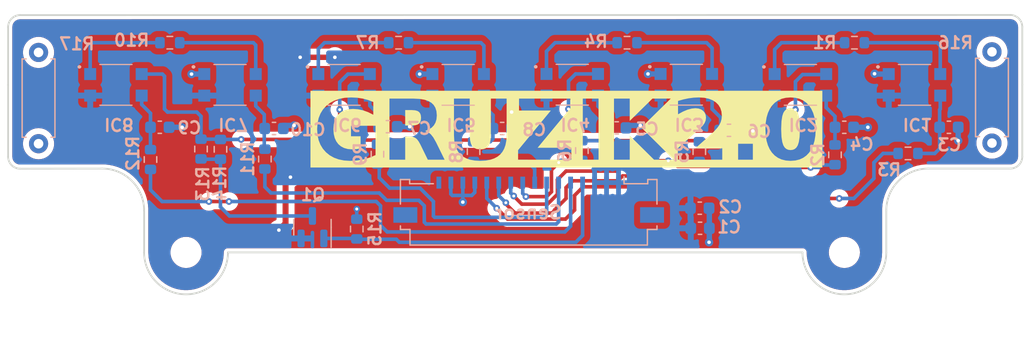
<source format=kicad_pcb>
(kicad_pcb (version 20221018) (generator pcbnew)
  (layers (0 "F.Cu" signal) (31 "B.Cu" signal) (34 "B.Paste" user) (35 "F.Paste" user) (36 "B.SilkS" user "B.Silkscreen") (37 "F.SilkS" user "F.Silkscreen") (38 "B.Mask" user) (39 "F.Mask" user) (44 "Edge.Cuts" user))
  (net 0 "")
  (net 1 "+5V")
  (net 2 "GND")
  (net 3 "Net-(C3-Pad1)")
  (net 4 "Net-(C4-Pad1)")
  (net 5 "Net-(C5-Pad1)")
  (net 6 "Net-(C6-Pad1)")
  (net 7 "Net-(C7-Pad1)")
  (net 8 "Net-(C8-Pad1)")
  (net 9 "Net-(C9-Pad1)")
  (net 10 "Net-(C10-Pad1)")
  (net 11 "Net-(IC1-Pad4)")
  (net 12 "Net-(IC2-Pad1)")
  (net 13 "Net-(IC2-Pad4)")
  (net 14 "Net-(IC3-Pad4)")
  (net 15 "Net-(IC4-Pad1)")
  (net 16 "Net-(IC5-Pad4)")
  (net 17 "Net-(IC6-Pad1)")
  (net 18 "Net-(IC7-Pad4)")
  (net 19 "Net-(IC8-Pad1)")
  (net 20 "Net-(Q1-D)")
  (net 21 "PB0")
  (net 22 "PA1")
  (net 23 "PA0")
  (net 24 "PA7")
  (net 25 "PA6")
  (net 26 "PA5")
  (net 27 "PA4")
  (net 28 "PA3")
  (net 29 "PA2")
  (footprint "MountingHole:MountingHole_2.1mm" (layer "F.Cu") (at 120.1136 146.7956)
    (fp_text reference "REF**" hide)
    (fp_text value "MountingHole_2.1mm")
    (pad "" np_thru_hole circle (at 0 0) (size 2.1 2.1) (drill 2.1) (layers "*.Cu" "*.Mask"))
  )
  (footprint "MountingHole:MountingHole_2.1mm" (layer "F.Cu") (at 65.1466 146.7956)
    (fp_text reference "REF**" hide)
    (fp_text value "MountingHole_2.1mm")
    (pad "" np_thru_hole circle (at 0 0) (size 2.1 2.1) (drill 2.1) (layers "*.Cu" "*.Mask"))
  )
  (footprint "Resistor_SMD:R_0603_1608Metric" (layer "B.Cu") (at 119.3292 138.6454 -90)
    (fp_text reference "R2" (at 0 1.43 90) (layer "B.SilkS") (effects (font (thickness 0.2) bold) (justify mirror)))
    (fp_text value "220")
    (pad "1" smd roundrect (at -0.825 0 270) (size 0.8 0.95) (layers "B.Cu" "B.Paste" "B.Mask") (net 4 "Net-(C4-Pad1)"))
    (pad "2" smd roundrect (at 0.825 0 270) (size 0.8 0.95) (layers "B.Cu" "B.Paste" "B.Mask") (net 22 "PA1"))
  )
  (footprint "Capacitor_SMD:C_0603_1608Metric" (layer "B.Cu") (at 82.0042 136.2964)
    (fp_text reference "C7" (at 2.6286 0.1524) (layer "B.SilkS") (effects (font (thickness 0.2) bold) (justify mirror)))
    (fp_text value "10n")
    (pad "1" smd roundrect (at -0.775 0) (size 0.9 0.95) (layers "B.Cu" "B.Paste" "B.Mask") (net 7 "Net-(C7-Pad1)"))
    (pad "2" smd roundrect (at 0.775 0) (size 0.9 0.95) (layers "B.Cu" "B.Paste" "B.Mask") (net 1 "+5V"))
  )
  (footprint "Sensor_Optical:KTIR0711S" (layer "B.Cu") (at 97.3926 132.7946)
    (fp_text reference "IC4" (at 0.254 3.302 180 unlocked) (layer "B.SilkS") (effects (font (thickness 0.2) bold) (justify mirror)))
    (fp_text value "~")
    (pad "1" smd rect (at -2.15 -0.9 270) (size 1 1) (layers "B.Cu" "B.Paste" "B.Mask") (net 15 "Net-(IC4-Pad1)"))
    (pad "2" smd rect (at -2.15 0.9 270) (size 1 1) (layers "B.Cu" "B.Paste" "B.Mask") (net 2 "GND"))
    (pad "3" smd rect (at 2.15 0.9 270) (size 1 1) (layers "B.Cu" "B.Paste" "B.Mask") (net 5 "Net-(C5-Pad1)"))
    (pad "4" smd rect (at 2.15 -0.9 270) (size 1 1) (layers "B.Cu" "B.Paste" "B.Mask") (net 13 "Net-(IC2-Pad4)"))
  )
  (footprint "Capacitor_SMD:C_0603_1608Metric" (layer "B.Cu") (at 110.477 136.6012)
    (fp_text reference "C6" (at 2.527 0.1016) (layer "B.SilkS") (effects (font (thickness 0.2) bold) (justify mirror)))
    (fp_text value "10n")
    (pad "1" smd roundrect (at -0.775 0) (size 0.9 0.95) (layers "B.Cu" "B.Paste" "B.Mask") (net 6 "Net-(C6-Pad1)"))
    (pad "2" smd roundrect (at 0.775 0) (size 0.9 0.95) (layers "B.Cu" "B.Paste" "B.Mask") (net 1 "+5V"))
  )
  (footprint "Capacitor_SMD:C_0603_1608Metric" (layer "B.Cu") (at 62.9542 136.3472)
    (fp_text reference "C9" (at 2.4762 0.0508) (layer "B.SilkS") (effects (font (thickness 0.2) bold) (justify mirror)))
    (fp_text value "10n")
    (pad "1" smd roundrect (at -0.775 0) (size 0.9 0.95) (layers "B.Cu" "B.Paste" "B.Mask") (net 9 "Net-(C9-Pad1)"))
    (pad "2" smd roundrect (at 0.775 0) (size 0.9 0.95) (layers "B.Cu" "B.Paste" "B.Mask") (net 1 "+5V"))
  )
  (footprint "Resistor_SMD:R_0603_1608Metric" (layer "B.Cu") (at 120.9548 129.286 180)
    (fp_text reference "R1" (at 2.4892 0) (layer "B.SilkS") (effects (font (thickness 0.2) bold) (justify mirror)))
    (fp_text value "39")
    (pad "1" smd roundrect (at -0.825 0 180) (size 0.8 0.95) (layers "B.Cu" "B.Paste" "B.Mask") (net 11 "Net-(IC1-Pad4)"))
    (pad "2" smd roundrect (at 0.825 0 180) (size 0.8 0.95) (layers "B.Cu" "B.Paste" "B.Mask") (net 12 "Net-(IC2-Pad1)"))
  )
  (footprint "Resistor_SMD:R_0603_1608Metric" (layer "B.Cu") (at 68.0212 138.1882 -90)
    (fp_text reference "R14" (at 2.8326 0.0508 90) (layer "B.SilkS") (effects (font (thickness 0.2) bold) (justify mirror)))
    (fp_text value "47")
    (pad "1" smd roundrect (at -0.825 0 270) (size 0.8 0.95) (layers "B.Cu" "B.Paste" "B.Mask") (net 13 "Net-(IC2-Pad4)"))
    (pad "2" smd roundrect (at 0.825 0 270) (size 0.8 0.95) (layers "B.Cu" "B.Paste" "B.Mask") (net 20 "Net-(Q1-D)"))
  )
  (footprint "Sensor_Optical:KTIR0711S" (layer "B.Cu") (at 125.9676 132.8056)
    (fp_text reference "IC1" (at 0.254 3.302 180 unlocked) (layer "B.SilkS") (effects (font (thickness 0.2) bold) (justify mirror)))
    (fp_text value "~")
    (pad "1" smd rect (at -2.15 -0.9 270) (size 1 1) (layers "B.Cu" "B.Paste" "B.Mask") (net 1 "+5V"))
    (pad "2" smd rect (at -2.15 0.9 270) (size 1 1) (layers "B.Cu" "B.Paste" "B.Mask") (net 2 "GND"))
    (pad "3" smd rect (at 2.15 0.9 270) (size 1 1) (layers "B.Cu" "B.Paste" "B.Mask") (net 3 "Net-(C3-Pad1)"))
    (pad "4" smd rect (at 2.15 -0.9 270) (size 1 1) (layers "B.Cu" "B.Paste" "B.Mask") (net 11 "Net-(IC1-Pad4)"))
  )
  (footprint "Capacitor_SMD:C_0603_1608Metric" (layer "B.Cu") (at 108.0634 144.78 180)
    (fp_text reference "C1" (at -2.4266 0.1016) (layer "B.SilkS") (effects (font (thickness 0.2) bold) (justify mirror)))
    (fp_text value "0.1u")
    (pad "1" smd roundrect (at -0.775 0 180) (size 0.9 0.95) (layers "B.Cu" "B.Paste" "B.Mask") (net 1 "+5V"))
    (pad "2" smd roundrect (at 0.775 0 180) (size 0.9 0.95) (layers "B.Cu" "B.Paste" "B.Mask") (net 2 "GND"))
  )
  (footprint "Resistor_SMD:R_0603_1608Metric" (layer "B.Cu") (at 108.0008 138.3792 -90)
    (fp_text reference "R5" (at 0 1.43 90) (layer "B.SilkS") (effects (font (thickness 0.2) bold) (justify mirror)))
    (fp_text value "220")
    (pad "1" smd roundrect (at -0.825 0 270) (size 0.8 0.95) (layers "B.Cu" "B.Paste" "B.Mask") (net 6 "Net-(C6-Pad1)"))
    (pad "2" smd roundrect (at 0.825 0 270) (size 0.8 0.95) (layers "B.Cu" "B.Paste" "B.Mask") (net 29 "PA2"))
  )
  (footprint "Capacitor_SMD:C_0603_1608Metric" (layer "B.Cu") (at 128.8418 136.3472)
    (fp_text reference "C3" (at 0.0378 1.4732) (layer "B.SilkS") (effects (font (thickness 0.2) bold) (justify mirror)))
    (fp_text value "10n")
    (pad "1" smd roundrect (at -0.775 0) (size 0.9 0.95) (layers "B.Cu" "B.Paste" "B.Mask") (net 3 "Net-(C3-Pad1)"))
    (pad "2" smd roundrect (at 0.775 0) (size 0.9 0.95) (layers "B.Cu" "B.Paste" "B.Mask") (net 1 "+5V"))
  )
  (footprint "NMOS_new:NMOS_SN" (layer "B.Cu") (at 75.7784 144.8031 90)
    (fp_text reference "Q1" (at 2.8171 -0.0356 unlocked) (layer "B.SilkS") (effects (font (thickness 0.2) bold) (justify mirror)))
    (fp_text value "NMOS")
    (pad "1" smd roundrect (at 1.0495 -0.078 90) (size 1.475 0.6) (layers "B.Cu" "B.Paste" "B.Mask") (net 20 "Net-(Q1-D)"))
    (pad "2" smd roundrect (at -0.8255 0.872 90) (size 1.475 0.6) (layers "B.Cu" "B.Paste" "B.Mask") (net 21 "PB0"))
    (pad "3" smd roundrect (at -0.8255 -1.028 90) (size 1.475 0.6) (layers "B.Cu" "B.Paste" "B.Mask") (net 2 "GND"))
  )
  (footprint "Resistor_SMD:R_0603_1608Metric" (layer "B.Cu") (at 125.4252 138.5316 180)
    (fp_text reference "R3" (at 1.5748 -1.3716) (layer "B.SilkS") (effects (font (thickness 0.2) bold) (justify mirror)))
    (fp_text value "220")
    (pad "1" smd roundrect (at -0.825 0 180) (size 0.8 0.95) (layers "B.Cu" "B.Paste" "B.Mask") (net 3 "Net-(C3-Pad1)"))
    (pad "2" smd roundrect (at 0.825 0 180) (size 0.8 0.95) (layers "B.Cu" "B.Paste" "B.Mask") (net 23 "PA0"))
  )
  (footprint "Resistor_SMD:R_0603_1608Metric" (layer "B.Cu") (at 98.1964 138.2898 -90)
    (fp_text reference "R6" (at 0 1.43 90) (layer "B.SilkS") (effects (font (thickness 0.2) bold) (justify mirror)))
    (fp_text value "220")
    (pad "1" smd roundrect (at -0.825 0 270) (size 0.8 0.95) (layers "B.Cu" "B.Paste" "B.Mask") (net 5 "Net-(C5-Pad1)"))
    (pad "2" smd roundrect (at 0.825 0 270) (size 0.8 0.95) (layers "B.Cu" "B.Paste" "B.Mask") (net 28 "PA3"))
  )
  (footprint "Resistor_THT:R_Axial_DIN0207_L6.3mm_D2.5mm_P7.62mm_Horizontal" (layer "B.Cu") (at 52.832 137.7188 90)
    (fp_text reference "R17" (at 8.3312 3.2004 180) (layer "B.SilkS") (effects (font (thickness 0.2) bold) (justify mirror)))
    (fp_text value "R")
    (pad "1" thru_hole circle (at 0 0 90) (size 1.6 1.6) (drill 0.8) (layers "*.Cu" "*.Mask"))
    (pad "2" thru_hole oval (at 7.62 0 90) (size 1.6 1.6) (drill 0.8) (layers "*.Cu" "*.Mask"))
  )
  (footprint "Resistor_SMD:R_0603_1608Metric" (layer "B.Cu") (at 62.1792 139.0396 -90)
    (fp_text reference "R12" (at -0.508 1.4732 90) (layer "B.SilkS") (effects (font (thickness 0.2) bold) (justify mirror)))
    (fp_text value "220")
    (pad "1" smd roundrect (at -0.825 0 270) (size 0.8 0.95) (layers "B.Cu" "B.Paste" "B.Mask") (net 9 "Net-(C9-Pad1)"))
    (pad "2" smd roundrect (at 0.825 0 270) (size 0.8 0.95) (layers "B.Cu" "B.Paste" "B.Mask") (net 24 "PA7"))
  )
  (footprint "Resistor_SMD:R_0603_1608Metric" (layer "B.Cu") (at 81.1276 138.5946 -90)
    (fp_text reference "R9" (at 0 1.43 90) (layer "B.SilkS") (effects (font (thickness 0.2) bold) (justify mirror)))
    (fp_text value "220")
    (pad "1" smd roundrect (at -0.825 0 270) (size 0.8 0.95) (layers "B.Cu" "B.Paste" "B.Mask") (net 7 "Net-(C7-Pad1)"))
    (pad "2" smd roundrect (at 0.825 0 270) (size 0.8 0.95) (layers "B.Cu" "B.Paste" "B.Mask") (net 26 "PA5"))
  )
  (footprint "Capacitor_SMD:C_0603_1608Metric" (layer "B.Cu") (at 108.0386 143.1036 180)
    (fp_text reference "C2" (at -2.553 0.1016) (layer "B.SilkS") (effects (font (thickness 0.2) bold) (justify mirror)))
    (fp_text value "1.0u")
    (pad "1" smd roundrect (at -0.775 0 180) (size 0.9 0.95) (layers "B.Cu" "B.Paste" "B.Mask") (net 1 "+5V"))
    (pad "2" smd roundrect (at 0.775 0 180) (size 0.9 0.95) (layers "B.Cu" "B.Paste" "B.Mask") (net 2 "GND"))
  )
  (footprint "Resistor_SMD:R_0603_1608Metric" (layer "B.Cu") (at 101.9678 129.286 180)
    (fp_text reference "R4" (at 2.603 0.1016) (layer "B.SilkS") (effects (font (thickness 0.2) bold) (justify mirror)))
    (fp_text value "39")
    (pad "1" smd roundrect (at -0.825 0 180) (size 0.8 0.95) (layers "B.Cu" "B.Paste" "B.Mask") (net 14 "Net-(IC3-Pad4)"))
    (pad "2" smd roundrect (at 0.825 0 180) (size 0.8 0.95) (layers "B.Cu" "B.Paste" "B.Mask") (net 15 "Net-(IC4-Pad1)"))
  )
  (footprint "Resistor_SMD:R_0603_1608Metric" (layer "B.Cu") (at 89.154 138.3792 -90)
    (fp_text reference "R8" (at 0 1.43 90) (layer "B.SilkS") (effects (font (thickness 0.2) bold) (justify mirror)))
    (fp_text value "220")
    (pad "1" smd roundrect (at -0.825 0 270) (size 0.8 0.95) (layers "B.Cu" "B.Paste" "B.Mask") (net 8 "Net-(C8-Pad1)"))
    (pad "2" smd roundrect (at 0.825 0 270) (size 0.8 0.95) (layers "B.Cu" "B.Paste" "B.Mask") (net 27 "PA4"))
  )
  (footprint "Capacitor_SMD:C_0603_1608Metric" (layer "B.Cu") (at 91.5416 136.4488)
    (fp_text reference "C8" (at 2.6794 0.1016) (layer "B.SilkS") (effects (font (thickness 0.2) bold) (justify mirror)))
    (fp_text value "10n")
    (pad "1" smd roundrect (at -0.775 0) (size 0.9 0.95) (layers "B.Cu" "B.Paste" "B.Mask") (net 8 "Net-(C8-Pad1)"))
    (pad "2" smd roundrect (at 0.775 0) (size 0.9 0.95) (layers "B.Cu" "B.Paste" "B.Mask") (net 1 "+5V"))
  )
  (footprint "Resistor_SMD:R_0603_1608Metric" (layer "B.Cu") (at 82.8934 129.286 180)
    (fp_text reference "R7" (at 2.5786 0) (layer "B.SilkS") (effects (font (thickness 0.2) bold) (justify mirror)))
    (fp_text value "39")
    (pad "1" smd roundrect (at -0.825 0 180) (size 0.8 0.95) (layers "B.Cu" "B.Paste" "B.Mask") (net 16 "Net-(IC5-Pad4)"))
    (pad "2" smd roundrect (at 0.825 0 180) (size 0.8 0.95) (layers "B.Cu" "B.Paste" "B.Mask") (net 17 "Net-(IC6-Pad1)"))
  )
  (footprint "Sensor_Optical:KTIR0711S" (layer "B.Cu") (at 116.4426 132.8056)
    (fp_text reference "IC2" (at 0.254 3.302 180 unlocked) (layer "B.SilkS") (effects (font (thickness 0.2) bold) (justify mirror)))
    (fp_text value "~")
    (pad "1" smd rect (at -2.15 -0.9 270) (size 1 1) (layers "B.Cu" "B.Paste" "B.Mask") (net 12 "Net-(IC2-Pad1)"))
    (pad "2" smd rect (at -2.15 0.9 270) (size 1 1) (layers "B.Cu" "B.Paste" "B.Mask") (net 2 "GND"))
    (pad "3" smd rect (at 2.15 0.9 270) (size 1 1) (layers "B.Cu" "B.Paste" "B.Mask") (net 4 "Net-(C4-Pad1)"))
    (pad "4" smd rect (at 2.15 -0.9 270) (size 1 1) (layers "B.Cu" "B.Paste" "B.Mask") (net 13 "Net-(IC2-Pad4)"))
  )
  (footprint "Resistor_THT:R_Axial_DIN0207_L6.3mm_D2.5mm_P7.62mm_Horizontal" (layer "B.Cu") (at 132.4356 137.668 90)
    (fp_text reference "R16" (at 8.382 -3.048 180) (layer "B.SilkS") (effects (font (thickness 0.2) bold) (justify mirror)))
    (fp_text value "R")
    (pad "1" thru_hole circle (at 0 0 90) (size 1.6 1.6) (drill 0.8) (layers "*.Cu" "*.Mask"))
    (pad "2" thru_hole oval (at 7.62 0 90) (size 1.6 1.6) (drill 0.8) (layers "*.Cu" "*.Mask"))
  )
  (footprint "Resistor_SMD:R_0603_1608Metric" (layer "B.Cu") (at 66.3956 138.1638 -90)
    (fp_text reference "R13" (at 2.9078 -0.1524 90) (layer "B.SilkS") (effects (font (thickness 0.2) bold) (justify mirror)))
    (fp_text value "47")
    (pad "1" smd roundrect (at -0.825 0 270) (size 0.8 0.95) (layers "B.Cu" "B.Paste" "B.Mask") (net 13 "Net-(IC2-Pad4)"))
    (pad "2" smd roundrect (at 0.825 0 270) (size 0.8 0.95) (layers "B.Cu" "B.Paste" "B.Mask") (net 20 "Net-(Q1-D)"))
  )
  (footprint "Sensor_Optical:KTIR0711S" (layer "B.Cu") (at 59.2926 132.8056)
    (fp_text reference "IC8" (at 0.254 3.302 180 unlocked) (layer "B.SilkS") (effects (font (thickness 0.2) bold) (justify mirror)))
    (fp_text value "~")
    (pad "1" smd rect (at -2.15 -0.9 270) (size 1 1) (layers "B.Cu" "B.Paste" "B.Mask") (net 19 "Net-(IC8-Pad1)"))
    (pad "2" smd rect (at -2.15 0.9 270) (size 1 1) (layers "B.Cu" "B.Paste" "B.Mask") (net 2 "GND"))
    (pad "3" smd rect (at 2.15 0.9 270) (size 1 1) (layers "B.Cu" "B.Paste" "B.Mask") (net 9 "Net-(C9-Pad1)"))
    (pad "4" smd rect (at 2.15 -0.9 270) (size 1 1) (layers "B.Cu" "B.Paste" "B.Mask") (net 13 "Net-(IC2-Pad4)"))
  )
  (footprint "Sensor_Optical:KTIR0711S" (layer "B.Cu") (at 87.8676 132.8056)
    (fp_text reference "IC5" (at 0.254 3.302 180 unlocked) (layer "B.SilkS") (effects (font (thickness 0.2) bold) (justify mirror)))
    (fp_text value "~")
    (pad "1" smd rect (at -2.15 -0.9 270) (size 1 1) (layers "B.Cu" "B.Paste" "B.Mask") (net 1 "+5V"))
    (pad "2" smd rect (at -2.15 0.9 270) (size 1 1) (layers "B.Cu" "B.Paste" "B.Mask") (net 2 "GND"))
    (pad "3" smd rect (at 2.15 0.9 270) (size 1 1) (layers "B.Cu" "B.Paste" "B.Mask") (net 8 "Net-(C8-Pad1)"))
    (pad "4" smd rect (at 2.15 -0.9 270) (size 1 1) (layers "B.Cu" "B.Paste" "B.Mask") (net 16 "Net-(IC5-Pad4)"))
  )
  (footprint "Capacitor_SMD:C_0603_1608Metric" (layer "B.Cu") (at 72.4916 136.4488)
    (fp_text reference "C10" (at 2.8318 0.1016) (layer "B.SilkS") (effects (font (thickness 0.2) bold) (justify mirror)))
    (fp_text value "10n")
    (pad "1" smd roundrect (at -0.775 0) (size 0.9 0.95) (layers "B.Cu" "B.Paste" "B.Mask") (net 10 "Net-(C10-Pad1)"))
    (pad "2" smd roundrect (at 0.775 0) (size 0.9 0.95) (layers "B.Cu" "B.Paste" "B.Mask") (net 1 "+5V"))
  )
  (footprint "Resistor_SMD:R_0603_1608Metric" (layer "B.Cu") (at 63.7926 129.286 180)
    (fp_text reference "R10" (at 3.1882 0.2032) (layer "B.SilkS") (effects (font (thickness 0.2) bold) (justify mirror)))
    (fp_text value "39")
    (pad "1" smd roundrect (at -0.825 0 180) (size 0.8 0.95) (layers "B.Cu" "B.Paste" "B.Mask") (net 18 "Net-(IC7-Pad4)"))
    (pad "2" smd roundrect (at 0.825 0 180) (size 0.8 0.95) (layers "B.Cu" "B.Paste" "B.Mask") (net 19 "Net-(IC8-Pad1)"))
  )
  (footprint "Resistor_SMD:R_0603_1608Metric" (layer "B.Cu") (at 79.4004 144.843 -90)
    (fp_text reference "R15" (at -0.0122 -1.524 90) (layer "B.SilkS") (effects (font (thickness 0.2) bold) (justify mirror)))
    (fp_text value "47K")
    (pad "1" smd roundrect (at -0.825 0 270) (size 0.8 0.95) (layers "B.Cu" "B.Paste" "B.Mask") (net 1 "+5V"))
    (pad "2" smd roundrect (at 0.825 0 270) (size 0.8 0.95) (layers "B.Cu" "B.Paste" "B.Mask") (net 21 "PB0"))
  )
  (footprint "Connector_FFC-FPC:Molex_200528-0160_1x16-1MP_P1.00mm_Horizontal" (layer "B.Cu") (at 93.7556 141.88 180)
    (fp_text reference "Sensor" (at 0.0296 -1.5792) (layer "B.SilkS" knockout) (effects (font (size 1.1 1.1) (thickness 0.2) bold) (justify mirror)))
    (fp_text value "Conn_01x16")
    (pad "1" smd rect (at -7.5 0.91 180) (size 0.4 1) (layers "B.Cu" "B.Paste" "B.Mask") (net 2 "GND"))
    (pad "2" smd rect (at -6.5 0.91 180) (size 0.4 1) (layers "B.Cu" "B.Paste" "B.Mask") (net 2 "GND"))
    (pad "3" smd rect (at -5.5 0.91 180) (size 0.4 1) (layers "B.Cu" "B.Paste" "B.Mask") (net 2 "GND"))
    (pad "4" smd rect (at -4.5 0.91 180) (size 0.4 1) (layers "B.Cu" "B.Paste" "B.Mask") (net 21 "PB0"))
    (pad "5" smd rect (at -3.5 0.91 180) (size 0.4 1) (layers "B.Cu" "B.Paste" "B.Mask") (net 24 "PA7"))
    (pad "6" smd rect (at -2.5 0.91 180) (size 0.4 1) (layers "B.Cu" "B.Paste" "B.Mask") (net 25 "PA6"))
    (pad "7" smd rect (at -1.5 0.91 180) (size 0.4 1) (layers "B.Cu" "B.Paste" "B.Mask") (net 26 "PA5"))
    (pad "8" smd rect (at -0.5 0.91 180) (size 0.4 1) (layers "B.Cu" "B.Paste" "B.Mask") (net 27 "PA4"))
    (pad "9" smd rect (at 0.5 0.91 180) (size 0.4 1) (layers "B.Cu" "B.Paste" "B.Mask") (net 28 "PA3"))
    (pad "10" smd rect (at 1.5 0.91 180) (size 0.4 1) (layers "B.Cu" "B.Paste" "B.Mask") (net 29 "PA2"))
    (pad "11" smd rect (at 2.5 0.91 180) (size 0.4 1) (layers "B.Cu" "B.Paste" "B.Mask") (net 22 "PA1"))
    (pad "12" smd rect (at 3.5 0.91 180) (size 0.4 1) (layers "B.Cu" "B.Paste" "B.Mask") (net 23 "PA0"))
    (pad "13" smd rect (at 4.5 0.91 180) (size 0.4 1) (layers "B.Cu" "B.Paste" "B.Mask") (net 1 "+5V"))
    (pad "14" smd rect (at 5.5 0.91 180) (size 0.4 1) (layers "B.Cu" "B.Paste" "B.Mask") (net 1 "+5V"))
    (pad "15" smd rect (at 6.5 0.91 180) (size 0.4 1) (layers "B.Cu" "B.Paste" "B.Mask") (net 1 "+5V"))
    (pad "16" smd rect (at 7.5 0.91 180) (size 0.4 1) (layers "B.Cu" "B.Paste" "B.Mask"))
    (pad "MP" smd rect (at -10.3 -1.79 180) (size 2 1.3) (layers "B.Cu" "B.Paste" "B.Mask"))
    (pad "MP" smd rect (at 10.3 -1.79 180) (size 2 1.3) (layers "B.Cu" "B.Paste" "B.Mask"))
  )
  (footprint "Capacitor_SMD:C_0603_1608Metric" (layer "B.Cu") (at 101.105 136.398)
    (fp_text reference "C5" (at 2.527 0.1016) (layer "B.SilkS") (effects (font (thickness 0.2) bold) (justify mirror)))
    (fp_text value "10n")
    (pad "1" smd roundrect (at -0.775 0) (size 0.9 0.95) (layers "B.Cu" "B.Paste" "B.Mask") (net 5 "Net-(C5-Pad1)"))
    (pad "2" smd roundrect (at 0.775 0) (size 0.9 0.95) (layers "B.Cu" "B.Paste" "B.Mask") (net 1 "+5V"))
  )
  (footprint "Capacitor_SMD:C_0603_1608Metric" (layer "B.Cu") (at 120.1042 136.3472)
    (fp_text reference "C4" (at 1.4602 1.43) (layer "B.SilkS") (effects (font (thickness 0.2) bold) (justify mirror)))
    (fp_text value "10n")
    (pad "1" smd roundrect (at -0.775 0) (size 0.9 0.95) (layers "B.Cu" "B.Paste" "B.Mask") (net 4 "Net-(C4-Pad1)"))
    (pad "2" smd roundrect (at 0.775 0) (size 0.9 0.95) (layers "B.Cu" "B.Paste" "B.Mask") (net 1 "+5V"))
  )
  (footprint "Sensor_Optical:KTIR0711S" (layer "B.Cu") (at 78.3426 132.8056)
    (fp_text reference "IC6" (at 0.254 3.302 180 unlocked) (layer "B.SilkS") (effects (font (thickness 0.2) bold) (justify mirror)))
    (fp_text value "~")
    (pad "1" smd rect (at -2.15 -0.9 270) (size 1 1) (layers "B.Cu" "B.Paste" "B.Mask") (net 17 "Net-(IC6-Pad1)"))
    (pad "2" smd rect (at -2.15 0.9 270) (size 1 1) (layers "B.Cu" "B.Paste" "B.Mask") (net 2 "GND"))
    (pad "3" smd rect (at 2.15 0.9 270) (size 1 1) (layers "B.Cu" "B.Paste" "B.Mask") (net 7 "Net-(C7-Pad1)"))
    (pad "4" smd rect (at 2.15 -0.9 270) (size 1 1) (layers "B.Cu" "B.Paste" "B.Mask") (net 13 "Net-(IC2-Pad4)"))
  )
  (footprint "Sensor_Optical:KTIR0711S" (layer "B.Cu") (at 68.8176 132.8056)
    (fp_text reference "IC7" (at 0.254 3.302 180 unlocked) (layer "B.SilkS") (effects (font (thickness 0.2) bold) (justify mirror)))
    (fp_text value "~")
    (pad "1" smd rect (at -2.15 -0.9 270) (size 1 1) (layers "B.Cu" "B.Paste" "B.Mask") (net 1 "+5V"))
    (pad "2" smd rect (at -2.15 0.9 270) (size 1 1) (layers "B.Cu" "B.Paste" "B.Mask") (net 2 "GND"))
    (pad "3" smd rect (at 2.15 0.9 270) (size 1 1) (layers "B.Cu" "B.Paste" "B.Mask") (net 10 "Net-(C10-Pad1)"))
    (pad "4" smd rect (at 2.15 -0.9 270) (size 1 1) (layers "B.Cu" "B.Paste" "B.Mask") (net 18 "Net-(IC7-Pad4)"))
  )
  (footprint "Resistor_SMD:R_0603_1608Metric" (layer "B.Cu") (at 71.7296 139.001 -90)
    (fp_text reference "R11" (at 0 1.43 90) (layer "B.SilkS") (effects (font (thickness 0.2) bold) (justify mirror)))
    (fp_text value "220")
    (pad "1" smd roundrect (at -0.825 0 270) (size 0.8 0.95) (layers "B.Cu" "B.Paste" "B.Mask") (net 10 "Net-(C10-Pad1)"))
    (pad "2" smd roundrect (at 0.825 0 270) (size 0.8 0.95) (layers "B.Cu" "B.Paste" "B.Mask") (net 25 "PA6"))
  )
  (footprint "Sensor_Optical:KTIR0711S" (layer "B.Cu") (at 106.9176 132.7946)
    (fp_text reference "IC3" (at 0.254 3.302 180 unlocked) (layer "B.SilkS") (effects (font (thickness 0.2) bold) (justify mirror)))
    (fp_text value "~")
    (pad "1" smd rect (at -2.15 -0.9 270) (size 1 1) (layers "B.Cu" "B.Paste" "B.Mask") (net 1 "+5V"))
    (pad "2" smd rect (at -2.15 0.9 270) (size 1 1) (layers "B.Cu" "B.Paste" "B.Mask") (net 2 "GND"))
    (pad "3" smd rect (at 2.15 0.9 270) (size 1 1) (layers "B.Cu" "B.Paste" "B.Mask") (net 6 "Net-(C6-Pad1)"))
    (pad "4" smd rect (at 2.15 -0.9 270) (size 1 1) (layers "B.Cu" "B.Paste" "B.Mask") (net 14 "Net-(IC3-Pad4)"))
  )
  (gr_line (start 50.292 127.9812) (end 50.2926 132.8056) (stroke (width 0.15)) (layer "Edge.Cuts"))
  (gr_arc (start 50.292 127.9812) (mid 50.584893 127.274094) (end 51.292 126.9812) (stroke (width 0.15)) (layer "Edge.Cuts"))
  (gr_line (start 51.292 126.9812) (end 133.9676 126.9712) (stroke (width 0.15)) (layer "Edge.Cuts"))
  (gr_line (start 127.1136 139.7956) (end 133.9676 139.7956) (stroke (width 0.15)) (layer "Edge.Cuts"))
  (gr_arc (start 51.2926 139.8056) (mid 50.585493 139.512707) (end 50.2926 138.8056) (stroke (width 0.15)) (layer "Edge.Cuts"))
  (gr_line (start 134.9676 132.7956) (end 134.9676 138.7956) (stroke (width 0.15)) (layer "Edge.Cuts"))
  (gr_arc (start 123.6136 143.2956) (mid 124.638726 140.820727) (end 127.1136 139.7956) (stroke (width 0.15)) (layer "Edge.Cuts"))
  (gr_arc (start 134.9676 138.7956) (mid 134.674707 139.502707) (end 133.9676 139.7956) (stroke (width 0.15)) (layer "Edge.Cuts"))
  (gr_line (start 61.6466 146.7956) (end 61.6466 143.2956) (stroke (width 0.15)) (layer "Edge.Cuts"))
  (gr_arc (start 58.1466 139.7956) (mid 60.621473 140.820726) (end 61.6466 143.2956) (stroke (width 0.15)) (layer "Edge.Cuts"))
  (gr_line (start 134.9676 127.9712) (end 134.9676 132.7956) (stroke (width 0.15)) (layer "Edge.Cuts"))
  (gr_arc (start 68.6466 146.7956) (mid 65.1466 150.2956) (end 61.6466 146.7956) (stroke (width 0.15)) (layer "Edge.Cuts"))
  (gr_line (start 116.6136 146.7956) (end 68.6466 146.7956) (stroke (width 0.15)) (layer "Edge.Cuts"))
  (gr_line (start 50.2926 132.8056) (end 50.2926 138.8056) (stroke (width 0.15)) (layer "Edge.Cuts"))
  (gr_line (start 123.6136 146.7956) (end 123.6136 143.2956) (stroke (width 0.15)) (layer "Edge.Cuts"))
  (gr_arc (start 133.9676 126.9712) (mid 134.674706 127.264093) (end 134.9676 127.9712) (stroke (width 0.15)) (layer "Edge.Cuts"))
  (gr_line (start 58.1466 139.7956) (end 51.2926 139.8056) (stroke (width 0.15)) (layer "Edge.Cuts"))
  (gr_arc (start 123.6136 146.7956) (mid 120.1136 150.2956) (end 116.6136 146.7956) (stroke (width 0.15)) (layer "Edge.Cuts"))
  (gr_text "GRUZIK2.0" (at 75.7428 139.9032) (layer "F.SilkS" knockout) (effects (font (size 5 5) (thickness 1) bold) (justify left bottom)))
  (via (at 122.6312 131.8768) (size 0.7) (drill 0.3) (layers "F.Cu" "B.Cu") (net 1))
  (via (at 112.4712 136.652) (size 0.7) (drill 0.3) (layers "F.Cu" "B.Cu") (net 1))
  (via (at 92.3296 135.0772) (size 0.7) (drill 0.3) (layers "F.Cu" "B.Cu") (net 1))
  (via (at 65.6048 131.9056) (size 0.7) (drill 0.3) (layers "F.Cu" "B.Cu") (net 1))
  (via (at 79.4004 143.1693) (size 0.55) (drill 0.25) (layers "F.Cu" "B.Cu") (net 1))
  (via (at 103.0732 136.1948) (size 0.7) (drill 0.3) (layers "F.Cu" "B.Cu") (net 1))
  (via (at 129.6168 137.4648) (size 0.7) (drill 0.3) (layers "F.Cu" "B.Cu") (net 1))
  (via (at 103.7158 131.8946) (size 0.7) (drill 0.3) (layers "F.Cu" "B.Cu") (net 1))
  (via (at 64.8208 136.3472) (size 0.7) (drill 0.3) (layers "F.Cu" "B.Cu") (net 1))
  (via (at 88.2556 142.5956) (size 0.7) (drill 0.3) (layers "F.Cu" "B.Cu") (net 1))
  (via (at 83.82 136.2964) (size 0.7) (drill 0.3) (layers "F.Cu" "B.Cu") (net 1))
  (via (at 84.6548 131.9056) (size 0.7) (drill 0.3) (layers "F.Cu" "B.Cu") (net 1))
  (via (at 122.0724 136.3472) (size 0.7) (drill 0.3) (layers "F.Cu" "B.Cu") (net 1))
  (via (at 108.8136 145.9484) (size 0.7) (drill 0.3) (layers "F.Cu" "B.Cu") (net 1))
  (via (at 74.168 136.1948) (size 0.7) (drill 0.3) (layers "F.Cu" "B.Cu") (net 1))
  (segment (start 84.6548 131.9056) (end 85.7176 131.9056) (width 0.45) (layer "B.Cu") (net 1))
  (segment (start 89.2556 140.97) (end 89.2556 141.7828) (width 0.3) (layer "B.Cu") (net 1))
  (segment (start 108.8384 145.9236) (end 108.8384 144.78) (width 0.45) (layer "B.Cu") (net 1))
  (segment (start 87.2556 140.97) (end 87.2556 141.9164) (width 0.3) (layer "B.Cu") (net 1))
  (segment (start 108.8136 145.9484) (end 108.8384 145.9236) (width 0.45) (layer "B.Cu") (net 1))
  (segment (start 92.3296 135.0772) (end 92.3296 136.2964) (width 0.45) (layer "B.Cu") (net 1))
  (segment (start 111.252 136.6012) (end 112.4204 136.6012) (width 0.45) (layer "B.Cu") (net 1))
  (segment (start 122.66 131.9056) (end 123.8176 131.9056) (width 0.45) (layer "B.Cu") (net 1))
  (segment (start 65.6048 131.9056) (end 66.6676 131.9056) (width 0.45) (layer "B.Cu") (net 1))
  (segment (start 122.0724 136.3472) (end 120.8792 136.3472) (width 0.45) (layer "B.Cu") (net 1))
  (segment (start 103.0732 136.1948) (end 101.88 136.1948) (width 0.45) (layer "B.Cu") (net 1))
  (segment (start 74.168 136.1948) (end 73.2288 136.1948) (width 0.45) (layer "B.Cu") (net 1))
  (segment (start 79.4004 143.1693) (end 79.4004 144.018) (width 0.3) (layer "B.Cu") (net 1))
  (segment (start 108.8384 144.78) (end 108.8384 143.1284) (width 0.45) (layer "B.Cu") (net 1))
  (segment (start 88.2556 140.97) (end 88.2556 142.0368) (width 0.3) (layer "B.Cu") (net 1))
  (segment (start 87.376 142.0368) (end 88.2556 142.0368) (width 0.3) (layer "B.Cu") (net 1))
  (segment (start 103.7158 131.8946) (end 104.7676 131.8946) (width 0.45) (layer "B.Cu") (net 1))
  (segment (start 87.2556 141.9164) (end 87.376 142.0368) (width 0.3) (layer "B.Cu") (net 1))
  (segment (start 83.82 136.2964) (end 82.7792 136.2964) (width 0.45) (layer "B.Cu") (net 1))
  (segment (start 108.8384 143.1284) (end 108.8136 143.1036) (width 0.45) (layer "B.Cu") (net 1))
  (segment (start 88.2556 142.5956) (end 88.2556 142.0368) (width 0.3) (layer "B.Cu") (net 1))
  (segment (start 129.6168 137.4648) (end 129.6168 136.3472) (width 0.45) (layer "B.Cu") (net 1))
  (segment (start 122.6312 131.8768) (end 122.66 131.9056) (width 0.45) (layer "B.Cu") (net 1))
  (segment (start 89.0016 142.0368) (end 88.2556 142.0368) (width 0.3) (layer "B.Cu") (net 1))
  (segment (start 112.4204 136.6012) (end 112.4712 136.652) (width 0.45) (layer "B.Cu") (net 1))
  (segment (start 64.8208 136.3472) (end 63.7292 136.3472) (width 0.45) (layer "B.Cu") (net 1))
  (segment (start 89.2556 141.7828) (end 89.0016 142.0368) (width 0.3) (layer "B.Cu") (net 1))
  (segment (start 73.4568 140.9192) (end 73.8632 140.5128) (width 0.5) (layer "F.Cu") (net 2))
  (segment (start 72.898 144.9324) (end 73.4568 144.3736) (width 0.5) (layer "F.Cu") (net 2))
  (segment (start 73.4568 144.3736) (end 73.4568 140.9192) (width 0.5) (layer "F.Cu") (net 2))
  (segment (start 77.5716 130.5052) (end 74.676 130.5052) (width 0.45) (layer "F.Cu") (net 2))
  (via (at 73.8632 140.5128) (size 0.7) (drill 0.3) (layers "F.Cu" "B.Cu") (net 2))
  (via (at 72.898 144.9324) (size 0.7) (drill 0.3) (layers "F.Cu" "B.Cu") (net 2))
  (via (at 77.5716 130.5052) (size 0.7) (drill 0.3) (layers "F.Cu" "B.Cu") (net 2))
  (via (at 74.676 130.5052) (size 0.7) (drill 0.3) (layers "F.Cu" "B.Cu") (net 2))
  (segment (start 127.6604 138.5316) (end 128.0668 138.1252) (width 0.3) (layer "B.Cu") (net 3))
  (segment (start 128.1176 133.7056) (end 128.1176 134.8232) (width 0.3) (layer "B.Cu") (net 3))
  (segment (start 128.0668 138.1252) (end 128.0668 136.3472) (width 0.3) (layer "B.Cu") (net 3))
  (segment (start 128.1176 134.8232) (end 128.0668 134.874) (width 0.3) (layer "B.Cu") (net 3))
  (segment (start 128.0668 134.874) (end 128.0668 136.3472) (width 0.3) (layer "B.Cu") (net 3))
  (segment (start 126.2502 138.5316) (end 127.6604 138.5316) (width 0.3) (layer "B.Cu") (net 3))
  (segment (start 119.3292 136.3472) (end 119.3292 138.05) (width 0.3) (layer "B.Cu") (net 4))
  (segment (start 119.3292 135.4328) (end 119.3292 136.3472) (width 0.3) (layer "B.Cu") (net 4))
  (segment (start 118.5926 134.6962) (end 119.3292 135.4328) (width 0.3) (layer "B.Cu") (net 4))
  (segment (start 118.5926 133.7056) (end 118.5926 134.6962) (width 0.3) (layer "B.Cu") (net 4))
  (segment (start 100.1268 137.4648) (end 100.2792 137.3124) (width 0.3) (layer "B.Cu") (net 5))
  (segment (start 99.5426 133.6946) (end 99.5426 134.5946) (width 0.3) (layer "B.Cu") (net 5))
  (segment (start 99.5426 134.5946) (end 100.33 135.382) (width 0.3) (layer "B.Cu") (net 5))
  (segment (start 100.33 135.382) (end 100.33 136.398) (width 0.3) (layer "B.Cu") (net 5))
  (segment (start 98.1964 137.4648) (end 100.1268 137.4648) (width 0.3) (layer "B.Cu") (net 5))
  (segment (start 100.2792 137.3124) (end 100.2792 136.4488) (width 0.3) (layer "B.Cu") (net 5))
  (segment (start 109.0676 133.6946) (end 109.0676 134.8232) (width 0.3) (layer "B.Cu") (net 6))
  (segment (start 109.4862 137.5542) (end 109.6772 137.3632) (width 0.3) (layer "B.Cu") (net 6))
  (segment (start 108.0008 137.5542) (end 109.4862 137.5542) (width 0.3) (layer "B.Cu") (net 6))
  (segment (start 109.0676 134.8232) (end 109.7788 135.5344) (width 0.3) (layer "B.Cu") (net 6))
  (segment (start 109.6772 137.3632) (end 109.6772 136.626) (width 0.3) (layer "B.Cu") (net 6))
  (segment (start 109.7788 135.5344) (end 109.7788 136.5244) (width 0.3) (layer "B.Cu") (net 6))
  (segment (start 81.2292 136.2964) (end 81.2292 137.668) (width 0.3) (layer "B.Cu") (net 7))
  (segment (start 80.4926 134.5438) (end 81.2292 135.2804) (width 0.3) (layer "B.Cu") (net 7))
  (segment (start 81.2292 135.2804) (end 81.2292 136.2964) (width 0.3) (layer "B.Cu") (net 7))
  (segment (start 80.4926 133.7056) (end 80.4926 134.5438) (width 0.3) (layer "B.Cu") (net 7))
  (segment (start 89.154 137.5542) (end 90.5378 137.5542) (width 0.3) (layer "B.Cu") (net 8))
  (segment (start 90.0176 133.7056) (end 90.0176 134.5692) (width 0.3) (layer "B.Cu") (net 8))
  (segment (start 90.7666 137.3254) (end 90.7666 136.4488) (width 0.3) (layer "B.Cu") (net 8))
  (segment (start 90.7796 135.3312) (end 90.7796 136.2964) (width 0.3) (layer "B.Cu") (net 8))
  (segment (start 90.5378 137.5542) (end 90.7666 137.3254) (width 0.3) (layer "B.Cu") (net 8))
  (segment (start 90.0176 134.5692) (end 90.7796 135.3312) (width 0.3) (layer "B.Cu") (net 8))
  (segment (start 62.1792 135.1788) (end 62.1792 136.3472) (width 0.3) (layer "B.Cu") (net 9))
  (segment (start 61.4426 134.4422) (end 62.1792 135.1788) (width 0.3) (layer "B.Cu") (net 9))
  (segment (start 62.1792 136.3472) (end 62.1792 138.2146) (width 0.3) (layer "B.Cu") (net 9))
  (segment (start 61.4426 133.7056) (end 61.4426 134.4422) (width 0.3) (layer "B.Cu") (net 9))
  (segment (start 71.6788 135.2804) (end 71.6788 136.1948) (width 0.3) (layer "B.Cu") (net 10))
  (segment (start 70.9676 133.7056) (end 70.9676 134.5692) (width 0.3) (layer "B.Cu") (net 10))
  (segment (start 70.9676 134.5692) (end 71.6788 135.2804) (width 0.3) (layer "B.Cu") (net 10))
  (segment (start 71.6788 136.1948) (end 71.6788 138.1252) (width 0.3) (layer "B.Cu") (net 10))
  (segment (start 71.6788 138.1252) (end 71.7296 138.176) (width 0.3) (layer "B.Cu") (net 10))
  (segment (start 128.1176 131.9056) (end 128.1176 129.54) (width 0.3) (layer "B.Cu") (net 11))
  (segment (start 127.8636 129.286) (end 121.7798 129.286) (width 0.3) (layer "B.Cu") (net 11))
  (segment (start 128.1176 129.54) (end 127.8636 129.286) (width 0.3) (layer "B.Cu") (net 11))
  (segment (start 114.8588 129.286) (end 120.1298 129.286) (width 0.3) (layer "B.Cu") (net 12))
  (segment (start 114.2926 129.8522) (end 114.8588 129.286) (width 0.3) (layer "B.Cu") (net 12))
  (segment (start 114.2926 131.9056) (end 114.2926 129.8522) (width 0.3) (layer "B.Cu") (net 12))
  (segment (start 78.74 137.414) (end 77.978 136.652) (width 0.3) (layer "F.Cu") (net 13))
  (segment (start 77.978 136.652) (end 77.978 134.874) (width 0.3) (layer "F.Cu") (net 13))
  (segment (start 96.6724 137.414) (end 78.74 137.414) (width 0.3) (layer "F.Cu") (net 13))
  (segment (start 97.0788 134.8232) (end 97.0788 137.0076) (width 0.3) (layer "F.Cu") (net 13))
  (segment (start 115.6208 137.4648) (end 97.536 137.4648) (width 0.3) (layer "F.Cu") (net 13))
  (segment (start 97.0788 137.0076) (end 96.6724 137.414) (width 0.3) (layer "F.Cu") (net 13))
  (segment (start 97.536 137.4648) (end 97.0788 137.0076) (width 0.3) (layer "F.Cu") (net 13))
  (segment (start 77.2668 137.3632) (end 77.978 136.652) (width 0.3) (layer "F.Cu") (net 13))
  (segment (start 116.0272 137.0584) (end 115.6208 137.4648) (width 0.3) (layer "F.Cu") (net 13))
  (segment (start 116.0272 134.874) (end 116.0272 137.0584) (width 0.3) (layer "F.Cu") (net 13))
  (segment (start 69.7484 137.3632) (end 77.2668 137.3632) (width 0.3) (layer "F.Cu") (net 13))
  (via (at 77.978 134.874) (size 0.55) (drill 0.25) (layers "F.Cu" "B.Cu") (net 13))
  (via (at 116.0272 134.874) (size 0.55) (drill 0.25) (layers "F.Cu" "B.Cu") (net 13))
  (via (at 97.0788 134.8232) (size 0.55) (drill 0.25) (layers "F.Cu" "B.Cu") (net 13))
  (via (at 69.7484 137.3632) (size 0.55) (drill 0.25) (layers "F.Cu" "B.Cu") (net 13))
  (segment (start 116.0272 132.5372) (end 116.0272 134.874) (width 0.3) (layer "B.Cu") (net 13))
  (segment (start 63.1732 131.9056) (end 63.3476 132.08) (width 0.3) (layer "B.Cu") (net 13))
  (segment (start 97.1296 132.4356) (end 97.0788 132.4864) (width 0.3) (layer "B.Cu") (net 13))
  (segment (start 63.3476 134.8232) (end 63.6016 135.0772) (width 0.3) (layer "B.Cu") (net 13))
  (segment (start 78.232 132.334) (end 77.978 132.588) (width 0.3) (layer "B.Cu") (net 13))
  (segment (start 118.491 131.9454) (end 116.619 131.9454) (width 0.3) (layer "B.Cu") (net 13))
  (segment (start 77.978 132.588) (end 77.978 134.874) (width 0.3) (layer "B.Cu") (net 13))
  (segment (start 63.3476 132.08) (end 63.3476 134.8232) (width 0.3) (layer "B.Cu") (net 13))
  (segment (start 80.4926 131.9056) (end 78.6604 131.9056) (width 0.3) (layer "B.Cu") (net 13))
  (segment (start 78.6604 131.9056) (end 78.232 132.334) (width 0.3) (layer "B.Cu") (net 13))
  (segment (start 99.5426 131.8946) (end 97.6706 131.8946) (width 0.3) (layer "B.Cu") (net 13))
  (segment (start 116.078 132.4864) (end 116.0272 132.5372) (width 0.3) (layer "B.Cu") (net 13))
  (segment (start 66.3956 137.3388) (end 67.9968 137.3388) (width 0.3) (layer "B.Cu") (net 13))
  (segment (start 61.4426 131.9056) (end 63.1732 131.9056) (width 0.3) (layer "B.Cu") (net 13))
  (segment (start 68.0212 137.3632) (end 69.7484 137.3632) (width 0.3) (layer "B.Cu") (net 13))
  (segment (start 66.3956 135.4328) (end 66.3956 137.3388) (width 0.3) (layer "B.Cu") (net 13))
  (segment (start 63.6016 135.0772) (end 66.04 135.0772) (width 0.3) (layer "B.Cu") (net 13))
  (segment (start 116.619 131.9454) (end 116.078 132.4864) (width 0.3) (layer "B.Cu") (net 13))
  (segment (start 97.6706 131.8946) (end 97.1296 132.4356) (width 0.3) (layer "B.Cu") (net 13))
  (segment (start 97.0788 132.4864) (end 97.0788 134.8232) (width 0.3) (layer "B.Cu") (net 13))
  (segment (start 66.04 135.0772) (end 66.3956 135.4328) (width 0.3) (layer "B.Cu") (net 13))
  (segment (start 109.0676 131.8946) (end 109.0676 129.7432) (width 0.3) (layer "B.Cu") (net 14))
  (segment (start 109.0676 129.7432) (end 108.6104 129.286) (width 0.3) (layer "B.Cu") (net 14))
  (segment (start 108.6104 129.286) (end 102.7928 129.286) (width 0.3) (layer "B.Cu") (net 14))
  (segment (start 95.2426 131.8946) (end 95.2426 130.0046) (width 0.3) (layer "B.Cu") (net 15))
  (segment (start 95.2426 130.0046) (end 95.9612 129.286) (width 0.3) (layer "B.Cu") (net 15))
  (segment (start 95.9612 129.286) (end 101.1428 129.286) (width 0.3) (layer "B.Cu") (net 15))
  (segment (start 90.0176 129.54) (end 89.7636 129.286) (width 0.3) (layer "B.Cu") (net 16))
  (segment (start 90.0176 131.9056) (end 90.0176 129.54) (width 0.3) (layer "B.Cu") (net 16))
  (segment (start 83.7184 129.286) (end 89.7636 129.286) (width 0.3) (layer "B.Cu") (net 16))
  (segment (start 76.1926 131.9056) (end 76.1926 129.8014) (width 0.3) (layer "B.Cu") (net 17))
  (segment (start 82.0684 129.286) (end 76.708 129.286) (width 0.3) (layer "B.Cu") (net 17))
  (segment (start 76.1926 129.8014) (end 76.708 129.286) (width 0.3) (layer "B.Cu") (net 17))
  (segment (start 70.9676 131.9056) (end 70.9676 129.4892) (width 0.3) (layer "B.Cu") (net 18))
  (segment (start 70.9676 129.4892) (end 70.7644 129.286) (width 0.3) (layer "B.Cu") (net 18))
  (segment (start 70.7644 129.286) (end 64.6176 129.286) (width 0.3) (layer "B.Cu") (net 18))
  (segment (start 57.3024 129.286) (end 57.1426 129.4458) (width 0.3) (layer "B.Cu") (net 19))
  (segment (start 57.1426 129.4458) (end 57.1426 131.9056) (width 0.3) (layer "B.Cu") (net 19))
  (segment (start 62.9676 129.286) (end 57.3024 129.286) (width 0.3) (layer "B.Cu") (net 19))
  (segment (start 75.7004 143.7536) (end 68.7728 143.7536) (width 0.3) (layer "B.Cu") (net 20))
  (segment (start 68.0212 139.0132) (end 66.42 139.0132) (width 0.3) (layer "B.Cu") (net 20))
  (segment (start 68.7728 143.7536) (end 68.0212 143.002) (width 0.3) (layer "B.Cu") (net 20))
  (segment (start 68.0212 143.002) (end 68.0212 139.0132) (width 0.3) (layer "B.Cu") (net 20))
  (segment (start 98.2556 145.3812) (end 97.6884 145.9484) (width 0.3) (layer "B.Cu") (net 21))
  (segment (start 98.2556 140.97) (end 98.2556 145.3812) (width 0.3) (layer "B.Cu") (net 21))
  (segment (start 79.4268 145.6944) (end 79.4004 145.668) (width 0.3) (layer "B.Cu") (net 21))
  (segment (start 97.6884 145.9484) (end 82.9564 145.9484) (width 0.3) (layer "B.Cu") (net 21))
  (segment (start 76.6504 145.6286) (end 79.361 145.6286) (width 0.3) (layer "B.Cu") (net 21))
  (segment (start 82.7024 145.6944) (end 79.4268 145.6944) (width 0.3) (layer "B.Cu") (net 21))
  (segment (start 82.9564 145.9484) (end 82.7024 145.6944) (width 0.3) (layer "B.Cu") (net 21))
  (segment (start 91.8464 142.748) (end 91.8464 142.6464) (width 0.3) (layer "F.Cu") (net 22))
  (segment (start 101.1936 140.8176) (end 97.4344 140.8176) (width 0.3) (layer "F.Cu") (net 22))
  (segment (start 95.7072 143.51) (end 92.6084 143.51) (width 0.3) (layer "F.Cu") (net 22))
  (segment (start 95.9104 143.3068) (end 95.7072 143.51) (width 0.3) (layer "F.Cu") (net 22))
  (segment (start 96.8756 141.3764) (end 96.8756 142.2908) (width 0.3) (layer "F.Cu") (net 22))
  (segment (start 111.3028 139.7) (end 110.5916 140.4112) (width 0.3) (layer "F.Cu") (net 22))
  (segment (start 97.4344 140.8176) (end 96.8756 141.3764) (width 0.3) (layer "F.Cu") (net 22))
  (segment (start 95.9104 143.256) (end 95.9104 143.3068) (width 0.3) (layer "F.Cu") (net 22))
  (segment (start 96.8756 142.2908) (end 95.9104 143.256) (width 0.3) (layer "F.Cu") (net 22))
  (segment (start 117.2972 139.7) (end 111.3028 139.7) (width 0.3) (layer "F.Cu") (net 22))
  (segment (start 101.6 140.4112) (end 101.1936 140.8176) (width 0.3) (layer "F.Cu") (net 22))
  (segment (start 110.5916 140.4112) (end 101.6 140.4112) (width 0.3) (layer "F.Cu") (net 22))
  (segment (start 92.6084 143.51) (end 91.8464 142.748) (width 0.3) (layer "F.Cu") (net 22))
  (via (at 117.2972 139.7) (size 0.55) (drill 0.25) (layers "F.Cu" "B.Cu") (net 22))
  (via (at 91.8464 142.6464) (size 0.55) (drill 0.25) (layers "F.Cu" "B.Cu") (net 22))
  (segment (start 91.2556 142.0556) (end 91.8464 142.6464) (width 0.3) (layer "B.Cu") (net 22))
  (segment (start 91.2556 140.97) (end 91.2556 142.0556) (width 0.3) (layer "B.Cu") (net 22))
  (segment (start 118.2116 139.4968) (end 119.3028 139.4968) (width 0.3) (layer "B.Cu") (net 22))
  (segment (start 117.2972 139.7) (end 118.0084 139.7) (width 0.3) (layer "B.Cu") (net 22))
  (segment (start 118.0084 139.7) (end 118.2116 139.4968) (width 0.3) (layer "B.Cu") (net 22))
  (segment (start 98.306 141.3176) (end 97.5868 142.0368) (width 0.3) (layer "F.Cu") (net 23))
  (segment (start 116.9336 141.3176) (end 98.306 141.3176) (width 0.3) (layer "F.Cu") (net 23))
  (segment (start 91.9908 144.01) (end 91.0844 143.1036) (width 0.3) (layer "F.Cu") (net 23))
  (segment (start 96.8328 144.01) (end 91.9908 144.01) (width 0.3) (layer "F.Cu") (net 23))
  (segment (start 97.5868 143.256) (end 96.8328 144.01) (width 0.3) (layer "F.Cu") (net 23))
  (segment (start 117.9068 142.2908) (end 116.9336 141.3176) (width 0.3) (layer "F.Cu") (net 23))
  (segment (start 119.6848 142.2908) (end 117.9068 142.2908) (width 0.3) (layer "F.Cu") (net 23))
  (segment (start 97.5868 142.0368) (end 97.5868 143.256) (width 0.3) (layer "F.Cu") (net 23))
  (via (at 91.0844 143.1036) (size 0.55) (drill 0.25) (layers "F.Cu" "B.Cu") (net 23))
  (via (at 119.6848 142.2908) (size 0.55) (drill 0.25) (layers "F.Cu" "B.Cu") (net 23))
  (segment (start 120.904 142.2908) (end 122.5804 140.6144) (width 0.3) (layer "B.Cu") (net 23))
  (segment (start 90.2556 140.97) (end 90.2556 142.2748) (width 0.3) (layer "B.Cu") (net 23))
  (segment (start 123.3424 138.5316) (end 124.6002 138.5316) (width 0.3) (layer "B.Cu") (net 23))
  (segment (start 119.6848 142.2908) (end 120.904 142.2908) (width 0.3) (layer "B.Cu") (net 23))
  (segment (start 122.5804 139.2936) (end 123.3424 138.5316) (width 0.3) (layer "B.Cu") (net 23))
  (segment (start 90.2556 142.2748) (end 91.0844 143.1036) (width 0.3) (layer "B.Cu") (net 23))
  (segment (start 122.5804 140.6144) (end 122.5804 139.2936) (width 0.3) (layer "B.Cu") (net 23))
  (segment (start 67.056 142.5448) (end 68.7324 142.5448) (width 0.3) (layer "F.Cu") (net 24))
  (via (at 68.7324 142.5448) (size 0.55) (drill 0.25) (layers "F.Cu" "B.Cu") (net 24))
  (via (at 67.056 142.5448) (size 0.55) (drill 0.25) (layers "F.Cu" "B.Cu") (net 24))
  (segment (start 62.738 142.1384) (end 63.1444 142.5448) (width 0.3) (layer "B.Cu") (net 24))
  (segment (start 68.7324 142.5448) (end 81.026 142.5448) (width 0.3) (layer "B.Cu") (net 24))
  (segment (start 81.3816 144.526) (end 81.9404 145.0848) (width 0.3) (layer "B.Cu") (net 24))
  (segment (start 81.9404 145.0848) (end 96.774 145.0848) (width 0.3) (layer "B.Cu") (net 24))
  (segment (start 81.026 142.5448) (end 81.3816 142.9004) (width 0.3) (layer "B.Cu") (net 24))
  (segment (start 96.774 145.0848) (end 97.2556 144.6032) (width 0.3) (layer "B.Cu") (net 24))
  (segment (start 62.1792 141.5796) (end 62.738 142.1384) (width 0.3) (layer "B.Cu") (net 24))
  (segment (start 62.1792 139.8646) (end 62.1792 141.5796) (width 0.3) (layer "B.Cu") (net 24))
  (segment (start 97.2556 144.6032) (end 97.2556 140.97) (width 0.3) (layer "B.Cu") (net 24))
  (segment (start 63.1444 142.5448) (end 67.056 142.5448) (width 0.3) (layer "B.Cu") (net 24))
  (segment (start 81.3816 142.9004) (end 81.3816 144.526) (width 0.3) (layer "B.Cu") (net 24))
  (segment (start 81.8896 142.4432) (end 84.5788 142.4432) (width 0.3) (layer "B.Cu") (net 25))
  (segment (start 81.28 141.8336) (end 81.8896 142.4432) (width 0.3) (layer "B.Cu") (net 25))
  (segment (start 72.2376 141.8336) (end 81.28 141.8336) (width 0.3) (layer "B.Cu") (net 25))
  (segment (start 85.0392 142.9036) (end 85.0392 144.272) (width 0.3) (layer "B.Cu") (net 25))
  (segment (start 96.0628 144.4244) (end 96.266 144.2212) (width 0.3) (layer "B.Cu") (net 25))
  (segment (start 71.7296 141.3256) (end 72.2376 141.8336) (width 0.3) (layer "B.Cu") (net 25))
  (segment (start 71.7296 139.826) (end 71.7296 141.3256) (width 0.3) (layer "B.Cu") (net 25))
  (segment (start 96.2556 144.2108) (end 96.2556 140.97) (width 0.3) (layer "B.Cu") (net 25))
  (segment (start 85.1916 144.4244) (end 96.0628 144.4244) (width 0.3) (layer "B.Cu") (net 25))
  (segment (start 85.0392 144.272) (end 85.1916 144.4244) (width 0.3) (layer "B.Cu") (net 25))
  (segment (start 84.5788 142.4432) (end 85.0392 142.9036) (width 0.3) (layer "B.Cu") (net 25))
  (segment (start 96.266 144.2212) (end 96.2556 144.2108) (width 0.3) (layer "B.Cu") (net 25))
  (segment (start 94.996 143.8656) (end 85.9028 143.8656) (width 0.3) (layer "B.Cu") (net 26))
  (segment (start 85.8012 143.764) (end 85.8012 142.5448) (width 0.3) (layer "B.Cu") (net 26))
  (segment (start 85.8012 142.5448) (end 84.6836 141.4272) (width 0.3) (layer "B.Cu") (net 26))
  (segment (start 95.2556 140.97) (end 95.2556 143.606) (width 0.3) (layer "B.Cu") (net 26))
  (segment (start 81.28 140.5636) (end 81.28 139.3688) (width 0.3) (layer "B.Cu") (net 26))
  (segment (start 84.6836 141.4272) (end 82.1436 141.4272) (width 0.3) (layer "B.Cu") (net 26))
  (segment (start 95.2556 143.606) (end 94.996 143.8656) (width 0.3) (layer "B.Cu") (net 26))
  (segment (start 82.1436 141.4272) (end 81.28 140.5636) (width 0.3) (layer "B.Cu") (net 26))
  (segment (start 85.9028 143.8656) (end 85.8012 143.764) (width 0.3) (layer "B.Cu") (net 26))
  (segment (start 94.2556 139.8232) (end 94.2556 140.97) (width 0.3) (layer "B.Cu") (net 27))
  (segment (start 89.154 139.2042) (end 93.6366 139.2042) (width 0.3) (layer "B.Cu") (net 27))
  (segment (start 93.6366 139.2042) (end 94.2556 139.8232) (width 0.3) (layer "B.Cu") (net 27))
  (segment (start 95.6564 139.9032) (end 95.6564 141.732) (width 0.3) (layer "F.Cu") (net 28))
  (segment (start 95.25 142.1384) (end 93.5228 142.1384) (width 0.3) (layer "F.Cu") (net 28))
  (segment (start 96.266 139.2936) (end 95.6564 139.9032) (width 0.3) (layer "F.Cu") (net 28))
  (segment (start 95.6564 141.732) (end 95.25 142.1384) (width 0.3) (layer "F.Cu") (net 28))
  (via (at 93.5228 142.1384) (size 0.55) (drill 0.25) (layers "F.Cu" "B.Cu") (net 28))
  (via (at 96.266 139.2936) (size 0.55) (drill 0.25) (layers "F.Cu" "B.Cu") (net 28))
  (segment (start 93.2556 141.8712) (end 93.5228 142.1384) (width 0.3) (layer "B.Cu") (net 28))
  (segment (start 96.4448 139.1148) (end 96.266 139.2936) (width 0.3) (layer "B.Cu") (net 28))
  (segment (start 93.2556 140.97) (end 93.2556 141.8712) (width 0.3) (layer "B.Cu") (net 28))
  (segment (start 98.1964 139.1148) (end 96.4448 139.1148) (width 0.3) (layer "B.Cu") (net 28))
  (segment (start 96.1564 141.939106) (end 95.332106 142.7634) (width 0.3) (layer "F.Cu") (net 29))
  (segment (start 101.0412 140.0048) (end 96.8756 140.0048) (width 0.3) (layer "F.Cu") (net 29))
  (segment (start 105.41 139.1412) (end 101.9048 139.1412) (width 0.3) (layer "F.Cu") (net 29))
  (segment (start 96.8756 140.0048) (end 96.1564 140.724) (width 0.3) (layer "F.Cu") (net 29))
  (segment (start 96.1564 140.724) (end 96.1564 141.939106) (width 0.3) (layer "F.Cu") (net 29))
  (segment (start 101.9048 139.1412) (end 101.0412 140.0048) (width 0.3) (layer "F.Cu") (net 29))
  (segment (start 93.1826 142.7634) (end 92.5068 142.0876) (width 0.3) (layer "F.Cu") (net 29))
  (segment (start 95.332106 142.7634) (end 93.1826 142.7634) (width 0.3) (layer "F.Cu") (net 29))
  (via (at 92.5068 142.0876) (size 0.55) (drill 0.25) (layers "F.Cu" "B.Cu") (net 29))
  (via (at 105.41 139.1412) (size 0.55) (drill 0.25) (layers "F.Cu" "B.Cu") (net 29))
  (segment (start 107.9886 139.192) (end 108.0008 139.2042) (width 0.3) (layer "B.Cu") (net 29))
  (segment (start 92.2556 140.97) (end 92.2556 141.8364) (width 0.3) (layer "B.Cu") (net 29))
  (segment (start 92.2556 141.8364) (end 92.5068 142.0876) (width 0.3) (layer "B.Cu") (net 29))
  (segment (start 105.41 139.1412) (end 105.4608 139.192) (width 0.3) (layer "B.Cu") (net 29))
  (segment (start 105.4608 139.192) (end 107.9886 139.192) (width 0.3) (layer "B.Cu") (net 29))
  (zone (net 1) (net_name "+5V") (layer "F.Cu") (connect_pads (clearance 0.5)) (min_thickness 0.25) (fill yes (thermal_gap 0.5) (thermal_bridge_width 0.5))
    (polygon (pts (xy 134.9248 126.746) (xy 50.2412 126.4412) (xy 50.2412 154.178) (xy 135.128 154.2796)))
  )
  (zone (net 2) (net_name "GND") (layer "B.Cu") (priority 1) (connect_pads (clearance 0.5)) (min_thickness 0.25) (fill yes (thermal_gap 0.5) (thermal_bridge_width 0.5))
    (polygon (pts (xy 50.292 126.3904) (xy 50.2412 154.178) (xy 135.128 154.2796) (xy 134.9248 126.746)))
  )
)
</source>
